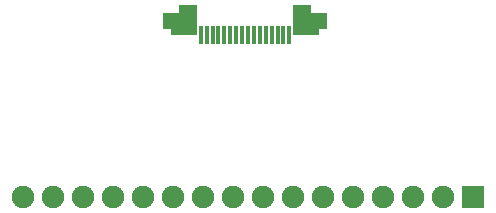
<source format=gts>
G04*
G04 #@! TF.GenerationSoftware,Altium Limited,Altium Designer,24.5.2 (23)*
G04*
G04 Layer_Color=8388736*
%FSLAX25Y25*%
%MOIN*%
G70*
G04*
G04 #@! TF.SameCoordinates,12BA584B-DC6B-4CAC-9C40-510E10996502*
G04*
G04*
G04 #@! TF.FilePolarity,Negative*
G04*
G01*
G75*
%ADD13R,0.01575X0.05906*%
%ADD14R,0.07480X0.07480*%
%ADD15C,0.07480*%
G36*
X61122Y68008D02*
X58366D01*
Y73126D01*
X63878D01*
Y75882D01*
X69587D01*
Y66039D01*
X61122D01*
Y68008D01*
D02*
G37*
G36*
X101870Y75882D02*
X107579D01*
Y73126D01*
X113091D01*
Y68008D01*
X110335D01*
Y66039D01*
X101870D01*
Y75882D01*
D02*
G37*
D13*
X70965Y66039D02*
D03*
X72933D02*
D03*
X74902D02*
D03*
X76870D02*
D03*
X78839D02*
D03*
X80807D02*
D03*
X82776D02*
D03*
X84744D02*
D03*
X86713D02*
D03*
X88681D02*
D03*
X90650D02*
D03*
X92618D02*
D03*
X94587D02*
D03*
X96555D02*
D03*
X98524D02*
D03*
X100492D02*
D03*
D14*
X161728Y11988D02*
D03*
D15*
X151728D02*
D03*
X141728D02*
D03*
X131728D02*
D03*
X121728D02*
D03*
X111728D02*
D03*
X101728D02*
D03*
X91728D02*
D03*
X81728D02*
D03*
X71728D02*
D03*
X61728D02*
D03*
X51728D02*
D03*
X41728D02*
D03*
X31728D02*
D03*
X21728D02*
D03*
X11728D02*
D03*
M02*

</source>
